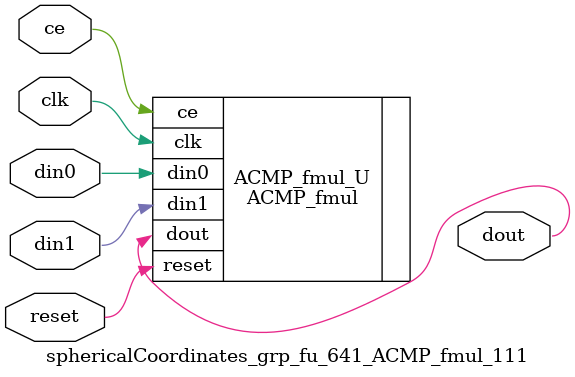
<source format=v>

`timescale 1 ns / 1 ps
module sphericalCoordinates_grp_fu_641_ACMP_fmul_111(
    clk,
    reset,
    ce,
    din0,
    din1,
    dout);

parameter ID = 32'd1;
parameter NUM_STAGE = 32'd1;
parameter din0_WIDTH = 32'd1;
parameter din1_WIDTH = 32'd1;
parameter dout_WIDTH = 32'd1;
input clk;
input reset;
input ce;
input[din0_WIDTH - 1:0] din0;
input[din1_WIDTH - 1:0] din1;
output[dout_WIDTH - 1:0] dout;



ACMP_fmul #(
.ID( ID ),
.NUM_STAGE( 4 ),
.din0_WIDTH( din0_WIDTH ),
.din1_WIDTH( din1_WIDTH ),
.dout_WIDTH( dout_WIDTH ))
ACMP_fmul_U(
    .clk( clk ),
    .reset( reset ),
    .ce( ce ),
    .din0( din0 ),
    .din1( din1 ),
    .dout( dout ));

endmodule

</source>
